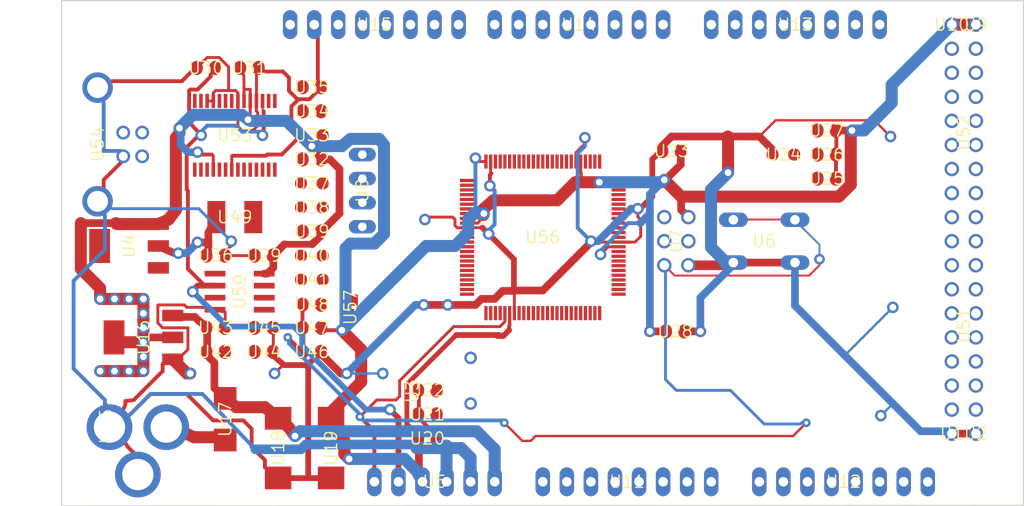
<source format=kicad_pcb>
(kicad_pcb (version 20221018) (generator pcbnew)
  (layers (0 "F.Cu" signal "Top") (31 "B.Cu" signal "Bottom") (34 "B.Paste" user) (35 "F.Paste" user) (36 "B.SilkS" user "B.Silkscreen") (37 "F.SilkS" user "F.Silkscreen") (38 "B.Mask" user) (39 "F.Mask" user) (44 "Edge.Cuts" user))
  (net 0 "")
  (net 1 "+5V")
  (net 2 "GND")
  (net 3 "N$6")
  (net 4 "N$7")
  (net 5 "AREF")
  (net 6 "RESET")
  (net 7 "VIN")
  (net 8 "N$3")
  (net 9 "PWRIN")
  (net 10 "M8RXD")
  (net 11 "M8TXD")
  (net 12 "ADC0")
  (net 13 "ADC2")
  (net 14 "ADC1")
  (net 15 "ADC3")
  (net 16 "ADC4")
  (net 17 "ADC5")
  (net 18 "ADC6")
  (net 19 "ADC7")
  (net 20 "+3V3")
  (net 21 "SDA")
  (net 22 "SCL")
  (net 23 "ADC9")
  (net 24 "ADC8")
  (net 25 "ADC10")
  (net 26 "ADC11")
  (net 27 "ADC12")
  (net 28 "ADC13")
  (net 29 "ADC14")
  (net 30 "ADC15")
  (net 31 "PB3")
  (net 32 "PB2")
  (net 33 "PB1")
  (net 34 "PB5")
  (net 35 "PB4")
  (net 36 "PE5")
  (net 37 "PE4")
  (net 38 "PE3")
  (net 39 "PE1")
  (net 40 "PE0")
  (net 41 "N$15")
  (net 42 "N$53")
  (net 43 "N$54")
  (net 44 "N$55")
  (net 45 "D-")
  (net 46 "D+")
  (net 47 "N$60")
  (net 48 "DTR")
  (net 49 "USBVCC")
  (net 50 "N$2")
  (net 51 "N$4")
  (net 52 "GATE_CMD")
  (net 53 "CMP")
  (net 54 "PB6")
  (net 55 "PH3")
  (net 56 "PH4")
  (net 57 "PH5")
  (net 58 "PH6")
  (net 59 "PG5")
  (net 60 "RXD1")
  (net 61 "TXD1")
  (net 62 "RXD2")
  (net 63 "RXD3")
  (net 64 "TXD2")
  (net 65 "TXD3")
  (net 66 "PC0")
  (net 67 "PC1")
  (net 68 "PC2")
  (net 69 "PC3")
  (net 70 "PC4")
  (net 71 "PC5")
  (net 72 "PC6")
  (net 73 "PC7")
  (net 74 "PB0")
  (net 75 "PG0")
  (net 76 "PG1")
  (net 77 "PG2")
  (net 78 "PD7")
  (net 79 "PA0")
  (net 80 "PA1")
  (net 81 "PA2")
  (net 82 "PA3")
  (net 83 "PA4")
  (net 84 "PA5")
  (net 85 "PA6")
  (net 86 "PA7")
  (net 87 "PL0")
  (net 88 "PL1")
  (net 89 "PL2")
  (net 90 "PL3")
  (net 91 "PL4")
  (net 92 "PL5")
  (net 93 "PL6")
  (net 94 "PL7")
  (net 95 "PB7")
  (net 96 "CTS")
  (net 97 "DSR")
  (net 98 "DCD")
  (net 99 "RI")
  (footprint "Arduino_MEGA_Reference_Design:2X03" (layer "F.Cu") (at 162.5981 103.7336 -90)
    (fp_text reference "U7")
    (fp_text value "")
  )
  (footprint "Arduino_MEGA_Reference_Design:1X08" (layer "F.Cu") (at 152.3111 80.8736 180)
    (fp_text reference "U14")
    (fp_text value "")
  )
  (footprint "Arduino_MEGA_Reference_Design:1X08" (layer "F.Cu") (at 130.7211 80.8736 180)
    (fp_text reference "U15")
    (fp_text value "")
  )
  (footprint "Arduino_MEGA_Reference_Design:SMC_D" (layer "F.Cu") (at 120.5611 125.5776 -90)
    (fp_text reference "U18")
    (fp_text value "")
  )
  (footprint "Arduino_MEGA_Reference_Design:SMC_D" (layer "F.Cu") (at 126.1491 125.5776 -90)
    (fp_text reference "U19")
    (fp_text value "")
  )
  (footprint "Arduino_MEGA_Reference_Design:B3F-10XX" (layer "F.Cu") (at 171.8691 103.7336 180)
    (fp_text reference "U6")
    (fp_text value "")
  )
  (footprint "Arduino_MEGA_Reference_Design:0805RND" (layer "F.Cu") (at 173.9011 94.5896 180)
    (fp_text reference "U24")
    (fp_text value "")
  )
  (footprint "Arduino_MEGA_Reference_Design:SMB" (layer "F.Cu") (at 114.9731 122.5296 -90)
    (fp_text reference "U17")
    (fp_text value "")
  )
  (footprint "Arduino_MEGA_Reference_Design:DC-21MM" (layer "F.Cu") (at 103.0351 123.2916 90)
    (fp_text reference "U55")
    (fp_text value "")
  )
  (footprint "Arduino_MEGA_Reference_Design:HC49_S" (layer "F.Cu") (at 140.8811 118.4656 90)
    (fp_text reference "U3")
    (fp_text value "")
  )
  (footprint "Arduino_MEGA_Reference_Design:SOT223" (layer "F.Cu") (at 106.3371 113.8936 90)
    (fp_text reference "U16")
    (fp_text value "")
  )
  (footprint "Arduino_MEGA_Reference_Design:1X06" (layer "F.Cu") (at 137.0711 129.1336)
    (fp_text reference "U5")
    (fp_text value "")
  )
  (footprint "Arduino_MEGA_Reference_Design:C0805RND" (layer "F.Cu") (at 124.1171 87.4776)
    (fp_text reference "U35")
    (fp_text value "")
  )
  (footprint "Arduino_MEGA_Reference_Design:C0805RND" (layer "F.Cu") (at 162.4711 113.2586)
    (fp_text reference "U28")
    (fp_text value "")
  )
  (footprint "Arduino_MEGA_Reference_Design:C0805RND" (layer "F.Cu") (at 136.3091 122.0216)
    (fp_text reference "U21")
    (fp_text value "")
  )
  (footprint "Arduino_MEGA_Reference_Design:C0805RND" (layer "F.Cu") (at 136.3091 119.4816)
    (fp_text reference "U22")
    (fp_text value "")
  )
  (footprint "Arduino_MEGA_Reference_Design:C0805RND" (layer "F.Cu") (at 113.9571 112.8776)
    (fp_text reference "U43")
    (fp_text value "")
  )
  (footprint "Arduino_MEGA_Reference_Design:RCL_0805RND" (layer "F.Cu") (at 124.1171 105.2576)
    (fp_text reference "U40")
    (fp_text value "")
  )
  (footprint "Arduino_MEGA_Reference_Design:RCL_0805RND" (layer "F.Cu") (at 124.1171 107.7976)
    (fp_text reference "U41")
    (fp_text value "")
  )
  (footprint "Arduino_MEGA_Reference_Design:1X08" (layer "F.Cu") (at 157.3911 129.1336)
    (fp_text reference "U11")
    (fp_text value "")
  )
  (footprint "Arduino_MEGA_Reference_Design:1X08" (layer "F.Cu") (at 175.1711 80.8736 180)
    (fp_text reference "U13")
    (fp_text value "")
  )
  (footprint "Arduino_MEGA_Reference_Design:R0805RND" (layer "F.Cu") (at 178.4731 94.5896 180)
    (fp_text reference "U26")
    (fp_text value "")
  )
  (footprint "Arduino_MEGA_Reference_Design:R0805RND" (layer "F.Cu") (at 178.4731 92.0496 180)
    (fp_text reference "U27")
    (fp_text value "")
  )
  (footprint "Arduino_MEGA_Reference_Design:TQFP100" (layer "F.Cu") (at 148.5011 103.3272)
    (fp_text reference "U56")
    (fp_text value "")
  )
  (footprint "Arduino_MEGA_Reference_Design:C0805RND" (layer "F.Cu") (at 162.0901 94.2086 180)
    (fp_text reference "U23")
    (fp_text value "")
  )
  (footprint "Arduino_MEGA_Reference_Design:C0805RND" (layer "F.Cu") (at 136.3091 124.5616)
    (fp_text reference "U20")
    (fp_text value "")
  )
  (footprint "Arduino_MEGA_Reference_Design:1X08" (layer "F.Cu") (at 180.2511 129.1336)
    (fp_text reference "U12")
    (fp_text value "")
  )
  (footprint "Arduino_MEGA_Reference_Design:R0805RND" (layer "F.Cu") (at 124.1171 112.8776)
    (fp_text reference "U47")
    (fp_text value "")
  )
  (footprint "Arduino_MEGA_Reference_Design:C0805RND" (layer "F.Cu") (at 124.1171 115.4176)
    (fp_text reference "U46")
    (fp_text value "")
  )
  (footprint "Arduino_MEGA_Reference_Design:C0805RND" (layer "F.Cu") (at 113.9571 105.2576)
    (fp_text reference "U36")
    (fp_text value "")
  )
  (footprint "Arduino_MEGA_Reference_Design:C0805RND" (layer "F.Cu") (at 112.9411 85.4456)
    (fp_text reference "U30")
    (fp_text value "")
  )
  (footprint "Arduino_MEGA_Reference_Design:0805RND" (layer "F.Cu") (at 124.1171 100.1776 180)
    (fp_text reference "U38")
    (fp_text value "")
  )
  (footprint "Arduino_MEGA_Reference_Design:0805RND" (layer "F.Cu") (at 124.1171 97.6376 180)
    (fp_text reference "U37")
    (fp_text value "")
  )
  (footprint "Arduino_MEGA_Reference_Design:R0805RND" (layer "F.Cu") (at 124.1171 95.0976)
    (fp_text reference "U32")
    (fp_text value "")
  )
  (footprint "Arduino_MEGA_Reference_Design:R0805RND" (layer "F.Cu") (at 124.1171 102.7176)
    (fp_text reference "U39")
    (fp_text value "")
  )
  (footprint "Arduino_MEGA_Reference_Design:SSOP28" (layer "F.Cu") (at 115.9891 92.5576)
    (fp_text reference "U53")
    (fp_text value "")
  )
  (footprint "Arduino_MEGA_Reference_Design:PN61729" (layer "F.Cu") (at 98.9584 93.5228 -90)
    (fp_text reference "U54")
    (fp_text value "")
  )
  (footprint "Arduino_MEGA_Reference_Design:L1812" (layer "F.Cu") (at 115.9891 101.1936)
    (fp_text reference "U49")
    (fp_text value "")
  )
  (footprint "Arduino_MEGA_Reference_Design:C0805RND" (layer "F.Cu") (at 117.5131 85.4456)
    (fp_text reference "U31")
    (fp_text value "")
  )
  (footprint "Arduino_MEGA_Reference_Design:0805RND" (layer "F.Cu") (at 124.1171 92.5576 180)
    (fp_text reference "U33")
    (fp_text value "")
  )
  (footprint "Arduino_MEGA_Reference_Design:R0805RND" (layer "F.Cu") (at 124.1171 90.0176 180)
    (fp_text reference "U34")
    (fp_text value "")
  )
  (footprint "Arduino_MEGA_Reference_Design:C0805RND" (layer "F.Cu") (at 124.1171 110.4392 180)
    (fp_text reference "U48")
    (fp_text value "")
  )
  (footprint "Arduino_MEGA_Reference_Design:SOT223" (layer "F.Cu") (at 104.8131 104.2416 90)
    (fp_text reference "U4")
    (fp_text value "")
  )
  (footprint "Arduino_MEGA_Reference_Design:SO08" (layer "F.Cu") (at 116.4971 109.0676 -90)
    (fp_text reference "U50")
    (fp_text value "")
  )
  (footprint "Arduino_MEGA_Reference_Design:R0805RND" (layer "F.Cu") (at 113.9571 115.4176 180)
    (fp_text reference "U42")
    (fp_text value "")
  )
  (footprint "Arduino_MEGA_Reference_Design:R0805RND" (layer "F.Cu") (at 119.0371 112.8776 180)
    (fp_text reference "U45")
    (fp_text value "")
  )
  (footprint "Arduino_MEGA_Reference_Design:C0805RND" (layer "F.Cu") (at 119.0371 115.4176 180)
    (fp_text reference "U44")
    (fp_text value "")
  )
  (footprint "Arduino_MEGA_Reference_Design:C0805RND" (layer "F.Cu") (at 119.0371 105.2576)
    (fp_text reference "U29")
    (fp_text value "")
  )
  (footprint "Arduino_MEGA_Reference_Design:2X08" (layer "F.Cu") (at 192.9511 92.3036 90)
    (fp_text reference "U52")
    (fp_text value "")
  )
  (footprint "Arduino_MEGA_Reference_Design:2X08" (layer "F.Cu") (at 192.9511 112.6236 90)
    (fp_text reference "U51")
    (fp_text value "")
  )
  (footprint "Arduino_MEGA_Reference_Design:R0805RND" (layer "F.Cu") (at 178.4731 97.1296 180)
    (fp_text reference "U25")
    (fp_text value "")
  )
  (footprint "Arduino_MEGA_Reference_Design:1X01" (layer "F.Cu") (at 191.6811 80.8736)
    (fp_text reference "U10")
    (fp_text value "")
  )
  (footprint "Arduino_MEGA_Reference_Design:1X01" (layer "F.Cu") (at 194.2211 80.8736)
    (fp_text reference "U9")
    (fp_text value "")
  )
  (footprint "Arduino_MEGA_Reference_Design:1X01" (layer "F.Cu") (at 191.6811 124.0536)
    (fp_text reference "U1")
    (fp_text value "")
  )
  (footprint "Arduino_MEGA_Reference_Design:1X01" (layer "F.Cu") (at 194.2211 124.0536)
    (fp_text reference "U2")
    (fp_text value "")
  )
  (footprint "Arduino_MEGA_Reference_Design:SJ" (layer "F.Cu") (at 128.1811 110.7186 -90)
    (fp_text reference "U57")
    (fp_text value "")
  )
  (footprint "Arduino_MEGA_Reference_Design:JP4" (layer "F.Cu") (at 129.4511 98.3996 -90)
    (fp_text reference "U8")
    (fp_text value "")
  )
  (gr_line (start 199.25 131.62) (end 97.7011 131.6736) (layer "Edge.Cuts") (width 0.12))
  (gr_line (start 97.7011 131.6736) (end 97.7011 78.3336) (layer "Edge.Cuts") (width 0.12))
  (gr_line (start 199.25 78.36) (end 199.25 131.62) (layer "Edge.Cuts") (width 0.12))
  (gr_line (start 97.7011 78.3336) (end 199.25 78.36) (layer "Edge.Cuts") (width 0.12))
  (segment (start 144.9451 112.7506) (end 145.0011 112.5676) (width 0.4064) (layer "F.Cu") (net 1))
  (segment (start 106.3371 112.8776) (end 106.3371 111.3536) (width 1.27) (layer "F.Cu") (net 1))
  (segment (start 101.2571 108.1786) (end 101.2571 108.3056) (width 0.508) (layer "F.Cu") (net 1))
  (segment (start 152.4889 95.4024) (end 152.5133 95.378) (width 0.254) (layer "F.Cu") (net 1))
  (segment (start 179.4501 92.0496) (end 179.3621 92.0496) (width 0.4064) (layer "F.Cu") (net 1))
  (segment (start 135.3321 124.5616) (end 135.0391 123.9266) (width 0.508) (layer "F.Cu") (net 1))
  (segment (start 134.1501 118.8466) (end 139.3571 113.6396) (width 0.508) (layer "F.Cu") (net 1))
  (segment (start 126.1491 122.4276) (end 127.5461 124.8156) (width 1.27) (layer "F.Cu") (net 1))
  (segment (start 127.2921 113.1316) (end 129.3241 115.1636) (width 1.27) (layer "F.Cu") (net 1))
  (segment (start 103.7461 114.4016) (end 103.2381 113.8936) (width 1.27) (layer "F.Cu") (net 1))
  (segment (start 116.9543 86.36) (end 116.8781 86.0806) (width 0.3048) (layer "F.Cu") (net 1))
  (segment (start 161.3281 97.2566) (end 163.1061 99.0346) (width 1.27) (layer "F.Cu") (net 1))
  (segment (start 101.7651 109.8296) (end 103.2891 109.8296) (width 1.27) (layer "F.Cu") (net 1))
  (segment (start 141.3891 94.9706) (end 141.8727 95.3272) (width 0.3048) (layer "F.Cu") (net 1))
  (segment (start 155.3591 104.3686) (end 155.4005 104.3272) (width 0.254) (layer "F.Cu") (net 1))
  (segment (start 159.8041 113.2586) (end 161.4941 113.2586) (width 0.8128) (layer "F.Cu") (net 1))
  (segment (start 105.3211 101.9302) (end 107.9119 101.9302) (width 1.27) (layer "F.Cu") (net 1))
  (segment (start 139.3571 113.6396) (end 143.9291 113.6396) (width 0.6096) (layer "F.Cu") (net 1))
  (segment (start 152.5143 96.52) (end 152.5143 96.266) (width 0.3048) (layer "F.Cu") (net 1))
  (segment (start 112.0521 94.3356) (end 112.3061 94.5896) (width 0.4064) (layer "F.Cu") (net 1))
  (segment (start 99.7331 101.8286) (end 103.4161 101.8286) (width 0.8128) (layer "F.Cu") (net 1))
  (segment (start 124.1425 104.0638) (end 121.2215 104.0638) (width 0.7112) (layer "F.Cu") (net 1))
  (segment (start 125.0061 103.2256) (end 124.1425 104.0638) (width 0.8128) (layer "F.Cu") (net 1))
  (segment (start 151.9301 97.5106) (end 154.4701 97.5106) (width 1.27) (layer "F.Cu") (net 1))
  (segment (start 120.0531 105.2576) (end 120.0141 105.2576) (width 0.8128) (layer "F.Cu") (net 1))
  (segment (start 152.5133 95.378) (end 152.5011 95.3272) (width 0.254) (layer "F.Cu") (net 1))
  (segment (start 124.1171 93.7006) (end 124.7521 94.4626) (width 0.8128) (layer "F.Cu") (net 1))
  (segment (start 117.6141 88.9326) (end 117.6147 87.7062) (width 0.3048) (layer "F.Cu") (net 1))
  (segment (start 103.2891 109.8296) (end 104.8131 109.8296) (width 1.27) (layer "F.Cu") (net 1))
  (segment (start 126.1491 121.7676) (end 126.1491 122.4276) (width 1.27) (layer "F.Cu") (net 1))
  (segment (start 127.5461 126.2126) (end 128.0541 126.7206) (width 1.27) (layer "F.Cu") (net 1))
  (segment (start 127.0381 96.1136) (end 127.0381 100.8126) (width 0.8128) (layer "F.Cu") (net 1))
  (segment (start 163.1061 100.4316) (end 163.8681 101.1936) (width 0.8128) (layer "F.Cu") (net 1))
  (segment (start 113.5761 94.5896) (end 113.7141 94.7276) (width 0.3048) (layer "F.Cu") (net 1))
  (segment (start 106.3371 109.8296) (end 104.8131 109.8296) (width 1.27) (layer "F.Cu") (net 1))
  (segment (start 143.2941 99.4156) (end 150.0251 99.4156) (width 1.27) (layer "F.Cu") (net 1))
  (segment (start 121.2215 104.0638) (end 120.0531 105.2576) (width 0.8128) (layer "F.Cu") (net 1))
  (segment (start 142.1511 101.1936) (end 141.6445 101.8272) (width 0.3048) (layer "F.Cu") (net 1))
  (segment (start 99.7331 106.6546) (end 99.7331 101.8286) (width 1.27) (layer "F.Cu") (net 1))
  (segment (start 109.7661 92.8116) (end 110.1471 92.3036) (width 1.27) (layer "F.Cu") (net 1))
  (segment (start 101.7651 108.6866) (end 101.7651 109.8296) (width 1.27) (layer "F.Cu") (net 1))
  (segment (start 127.2921 113.1316) (end 125.3871 113.1316) (width 0.4064) (layer "F.Cu") (net 1))
  (segment (start 120.0531 105.2576) (end 120.0531 106.5276) (width 0.8128) (layer "F.Cu") (net 1))
  (segment (start 142.2471 100.9706) (end 142.2471 100.3356) (width 1.27) (layer "F.Cu") (net 1))
  (segment (start 179.3621 94.5896) (end 179.4501 94.5896) (width 0.4064) (layer "F.Cu") (net 1))
  (segment (start 120.0531 106.5276) (end 119.4181 107.1626) (width 0.8128) (layer "F.Cu") (net 1))
  (segment (start 125.0941 102.6786) (end 125.0061 102.5906) (width 0.8128) (layer "F.Cu") (net 1))
  (segment (start 179.4891 94.4626) (end 179.3621 94.5896) (width 0.4064) (layer "F.Cu") (net 1))
  (segment (start 103.4161 101.8286) (end 103.5177 101.9302) (width 1.27) (layer "F.Cu") (net 1))
  (segment (start 163.0671 95.6446) (end 163.0671 94.2086) (width 0.8128) (layer "F.Cu") (net 1))
  (segment (start 142.2781 100.8126) (end 142.1511 101.1936) (width 0.4064) (layer "F.Cu") (net 1))
  (segment (start 163.1061 99.0346) (end 163.1061 100.4316) (width 0.8128) (layer "F.Cu") (net 1))
  (segment (start 141.8727 95.3272) (end 142.5011 95.3272) (width 0.3048) (layer "F.Cu") (net 1))
  (segment (start 113.7141 94.7276) (end 113.7141 96.1826) (width 0.3048) (layer "F.Cu") (net 1))
  (segment (start 129.3241 115.1636) (end 129.3241 118.5926) (width 1.27) (layer "F.Cu") (net 1))
  (segment (start 106.3371 115.9256) (end 106.3371 114.4016) (width 1.27) (layer "F.Cu") (net 1))
  (segment (start 143.7005 113.7412) (end 144.3355 113.7412) (width 0.6096) (layer "F.Cu") (net 1))
  (segment (start 179.4501 94.5896) (end 179.4891 94.5896) (width 0.4064) (layer "F.Cu") (net 1))
  (segment (start 127.0381 100.8126) (end 125.1331 102.7176) (width 0.8128) (layer "F.Cu") (net 1))
  (segment (start 106.9721 113.8936) (end 109.4359 113.8936) (width 0.8128) (layer "F.Cu") (net 1))
  (segment (start 135.8011 129.1336) (end 135.4201 127.7366) (width 0.8128) (layer "F.Cu") (net 1))
  (segment (start 125.1331 102.7176) (end 125.0941 102.6786) (width 0.8128) (layer "F.Cu") (net 1))
  (segment (start 181.0131 96.3676) (end 181.0131 96.4946) (width 0.8128) (layer "F.Cu") (net 1))
  (segment (start 144.9451 113.1316) (end 144.9451 112.7506) (width 0.4064) (layer "F.Cu") (net 1))
  (segment (start 125.1331 102.7176) (end 125.0941 102.7176) (width 0.8128) (layer "F.Cu") (net 1))
  (segment (start 124.7521 94.4626) (end 125.0941 95.0976) (width 0.8128) (layer "F.Cu") (net 1))
  (segment (start 125.0061 102.5906) (end 125.0061 103.2256) (width 0.8128) (layer "F.Cu") (net 1))
  (segment (start 135.0391 123.9266) (end 134.1501 123.0376) (width 0.508) (layer "F.Cu") (net 1))
  (segment (start 181.0131 97.7646) (end 181.0131 96.3676) (width 1.27) (layer "F.Cu") (net 1))
  (segment (start 109.7661 100.4316) (end 109.7661 92.8116) (width 1.27) (layer "F.Cu") (net 1))
  (segment (start 155.4005 104.3272) (end 156.5011 104.3272) (width 0.3048) (layer "F.Cu") (net 1))
  (segment (start 126.0221 95.0976) (end 127.0381 96.1136) (width 0.8128) (layer "F.Cu") (net 1))
  (segment (start 106.3371 117.4496) (end 104.8131 117.4496) (width 1.27) (layer "F.Cu") (net 1))
  (segment (start 152.5143 96.266) (end 152.5143 95.4278) (width 0.254) (layer "F.Cu") (net 1))
  (segment (start 127.5461 124.8156) (end 127.5461 126.2126) (width 1.27) (layer "F.Cu") (net 1))
  (segment (start 119.4181 107.1626) (end 119.0971 107.1626) (width 0.8128) (layer "F.Cu") (net 1))
  (segment (start 125.1331 112.8776) (end 125.0941 112.8776) (width 0.4064) (layer "F.Cu") (net 1))
  (segment (start 143.9291 113.6396) (end 143.8529 113.7158) (width 0.2032) (layer "F.Cu") (net 1))
  (segment (start 117.6147 87.7062) (end 116.9543 87.7062) (width 0.3048) (layer "F.Cu") (net 1))
  (segment (start 107.9119 101.9302) (end 109.0041 101.4476) (width 1.27) (layer "F.Cu") (net 1))
  (segment (start 135.4201 127.7366) (end 135.4201 125.1966) (width 0.8128) (layer "F.Cu") (net 1))
  (segment (start 179.4501 94.6286) (end 179.4501 97.1296) (width 0.4064) (layer "F.Cu") (net 1))
  (segment (start 150.0251 99.4156) (end 151.9301 97.5106) (width 1.27) (layer "F.Cu") (net 1))
  (segment (start 179.4891 94.5896) (end 179.4501 94.6286) (width 0.4064) (layer "F.Cu") (net 1))
  (segment (start 125.3871 113.1316) (end 125.1331 112.8776) (width 0.4064) (layer "F.Cu") (net 1))
  (segment (start 143.8529 113.7158) (end 143.7005 113.7412) (width 0.2032) (layer "F.Cu") (net 1))
  (segment (start 106.3371 112.8776) (end 106.3371 114.4016) (width 1.27) (layer "F.Cu") (net 1))
  (segment (start 117.6147 89.7636) (end 117.6141 88.9326) (width 0.3048) (layer "F.Cu") (net 1))
  (segment (start 117.3861 90.9066) (end 117.6147 90.3986) (width 0.3048) (layer "F.Cu") (net 1))
  (segment (start 144.3355 113.7412) (end 144.9451 113.1316) (width 0.6096) (layer "F.Cu") (net 1))
  (segment (start 152.5651 96.5708) (end 152.5143 96.52) (width 0.3048) (layer "F.Cu") (net 1))
  (segment (start 106.3371 114.4016) (end 103.7461 114.4016) (width 1.27) (layer "F.Cu") (net 1))
  (segment (start 106.3371 109.8296) (end 106.3371 111.3536) (width 1.27) (layer "F.Cu") (net 1))
  (segment (start 181.1401 92.0496) (end 179.4501 92.0496) (width 0.8128) (layer "F.Cu") (net 1))
  (segment (start 109.0041 101.4476) (end 109.7661 100.4316) (width 1.27) (layer "F.Cu") (net 1))
  (segment (start 99.7331 106.6546) (end 101.2571 108.1786) (width 1.27) (layer "F.Cu") (net 1))
  (segment (start 110.1471 92.3036) (end 110.1471 91.7956) (width 1.27) (layer "F.Cu") (net 1))
  (segment (start 163.1061 99.0346) (end 179.7431 99.0346) (width 1.27) (layer "F.Cu") (net 1))
  (segment (start 116.9543 87.6554) (end 116.9543 86.36) (width 0.3048) (layer "F.Cu") (net 1))
  (segment (start 101.2571 108.1786) (end 101.7651 108.6866) (width 1.27) (layer "F.Cu") (net 1))
  (segment (start 129.3241 118.5926) (end 126.1491 121.7676) (width 1.27) (layer "F.Cu") (net 1))
  (segment (start 145.0011 112.5676) (end 145.0011 111.3272) (width 0.3556) (layer "F.Cu") (net 1))
  (segment (start 106.3371 115.9256) (end 106.3371 117.4496) (width 1.27) (layer "F.Cu") (net 1))
  (segment (start 179.4891 92.1766) (end 179.4891 94.4626) (width 0.4064) (layer "F.Cu") (net 1))
  (segment (start 191.6811 80.8736) (end 194.2211 80.8736) (width 1.27) (layer "F.Cu") (net 1))
  (segment (start 181.0131 96.3676) (end 181.0131 92.1766) (width 1.27) (layer "F.Cu") (net 1))
  (segment (start 153.0731 97.5106) (end 152.5651 97.0026) (width 0.4064) (layer "F.Cu") (net 1))
  (segment (start 116.8781 86.0806) (end 116.5361 85.4456) (width 0.3048) (layer "F.Cu") (net 1))
  (segment (start 101.7651 117.4496) (end 103.2891 117.4496) (width 1.27) (layer "F.Cu") (net 1))
  (segment (start 161.4551 97.2566) (end 163.0671 95.6446) (width 0.8128) (layer "F.Cu") (net 1))
  (segment (start 134.1501 123.0376) (end 134.1501 118.8466) (width 0.508) (layer "F.Cu") (net 1))
  (segment (start 104.8131 117.4496) (end 103.2891 117.4496) (width 1.27) (layer "F.Cu") (net 1))
  (segment (start 152.5143 95.4278) (end 152.4889 95.4024) (width 0.254) (layer "F.Cu") (net 1))
  (segment (start 154.4701 97.5106) (end 153.0731 97.5106) (width 0.4064) (layer "F.Cu") (net 1))
  (segment (start 154.5971 105.1306) (end 155.3591 104.3686) (width 0.3048) (layer "F.Cu") (net 1))
  (segment (start 112.3061 94.5896) (end 113.5761 94.5896) (width 0.4064) (layer "F.Cu") (net 1))
  (segment (start 152.5651 97.0026) (end 152.5651 96.5708) (width 0.3048) (layer "F.Cu") (net 1))
  (segment (start 142.1511 101.1936) (end 142.2471 100.9706) (width 0.4064) (layer "F.Cu") (net 1))
  (segment (start 142.2471 100.3356) (end 143.2941 99.4156) (width 1.27) (layer "F.Cu") (net 1))
  (segment (start 141.6445 101.8272) (end 140.5011 101.8272) (width 0.3048) (layer "F.Cu") (net 1))
  (segment (start 125.0941 95.0976) (end 126.0221 95.0976) (width 0.8128) (layer "F.Cu") (net 1))
  (segment (start 161.3281 97.2566) (end 161.4551 97.2566) (width 0.8128) (layer "F.Cu") (net 1))
  (segment (start 179.3621 92.0496) (end 179.4891 92.1766) (width 0.4064) (layer "F.Cu") (net 1))
  (segment (start 181.0131 92.1766) (end 181.1401 92.0496) (width 0.8128) (layer "F.Cu") (net 1))
  (segment (start 125.0941 102.6786) (end 125.0941 102.7176) (width 0.8128) (layer "F.Cu") (net 1))
  (segment (start 116.9641 88.9326) (end 116.9543 87.6554) (width 0.3048) (layer "F.Cu") (net 1))
  (segment (start 135.4201 125.1966) (end 135.3321 124.5616) (width 0.8128) (layer "F.Cu") (net 1))
  (segment (start 179.7431 99.0346) (end 181.0131 97.7646) (width 1.27) (layer "F.Cu") (net 1))
  (segment (start 116.9543 87.7062) (end 116.9641 88.9326) (width 0.3048) (layer "F.Cu") (net 1))
  (segment (start 103.5177 101.9302) (end 105.3211 101.9302) (width 1.27) (layer "F.Cu") (net 1))
  (segment (start 117.6147 90.3986) (end 117.6147 89.7636) (width 0.3048) (layer "F.Cu") (net 1))
  (segment (start 127.2921 113.1316) (end 136.1821 104.2416) (width 1.27) (layer "B.Cu") (net 1))
  (segment (start 131.7371 93.5736) (end 131.7371 102.9716) (width 1.27) (layer "B.Cu") (net 1))
  (segment (start 161.3281 97.2566) (end 159.8041 98.7806) (width 0.8128) (layer "B.Cu") (net 1))
  (segment (start 159.8041 100.5586) (end 159.8041 100.8126) (width 0.8128) (layer "B.Cu") (net 1))
  (segment (start 154.7241 104.6226) (end 154.7241 105.0036) (width 0.4064) (layer "B.Cu") (net 1))
  (segment (start 159.8041 100.5586) (end 159.8041 113.2586) (width 0.8128) (layer "B.Cu") (net 1))
  (segment (start 158.7881 101.8286) (end 157.5181 101.8286) (width 0.4064) (layer "B.Cu") (net 1))
  (segment (start 110.4011 91.6686) (end 110.2741 91.7956) (width 0.8128) (layer "B.Cu") (net 1))
  (segment (start 159.8041 98.7806) (end 159.8041 100.5586) (width 0.8128) (layer "B.Cu") (net 1))
  (segment (start 128.0541 126.7206) (end 133.8961 126.7206) (width 1.27) (layer "B.Cu") (net 1))
  (segment (start 161.0741 97.5106) (end 161.3281 97.2566) (width 0.6096) (layer "B.Cu") (net 1))
  (segment (start 154.4701 97.5106) (end 161.0741 97.5106) (width 1.27) (layer "B.Cu") (net 1))
  (segment (start 117.6401 91.0336) (end 121.4501 91.0336) (width 1.27) (layer "B.Cu") (net 1))
  (segment (start 139.2301 104.2416) (end 140.6271 102.8446) (width 1.27) (layer "B.Cu") (net 1))
  (segment (start 142.2781 100.9396) (end 141.3891 100.0506) (width 0.4064) (layer "B.Cu") (net 1))
  (segment (start 127.6731 104.4956) (end 127.6731 112.6236) (width 1.27) (layer "B.Cu") (net 1))
  (segment (start 154.7241 105.0036) (end 154.5971 105.1306) (width 0.4064) (layer "B.Cu") (net 1))
  (segment (start 111.5441 90.3986) (end 116.7511 90.3986) (width 1.27) (layer "B.Cu") (net 1))
  (segment (start 135.1661 127.9906) (end 135.8011 129.1336) (width 1.27) (layer "B.Cu") (net 1))
  (segment (start 128.1811 92.9386) (end 131.2291 92.9386) (width 1.27) (layer "B.Cu") (net 1))
  (segment (start 131.2291 92.9386) (end 131.7371 93.5736) (width 1.27) (layer "B.Cu") (net 1))
  (segment (start 110.2741 93.5736) (end 111.0361 94.3356) (width 0.8128) (layer "B.Cu") (net 1))
  (segment (start 159.8041 100.8126) (end 158.7881 101.8286) (width 0.8128) (layer "B.Cu") (net 1))
  (segment (start 127.6731 112.6236) (end 127.2921 113.0046) (width 0.8128) (layer "B.Cu") (net 1))
  (segment (start 130.7211 103.9876) (end 128.1811 103.9876) (width 1.27) (layer "B.Cu") (net 1))
  (segment (start 185.3311 87.2236) (end 191.6811 80.8736) (width 1.27) (layer "B.Cu") (net 1))
  (segment (start 131.7371 102.9716) (end 130.7211 103.9876) (width 1.27) (layer "B.Cu") (net 1))
  (segment (start 140.6271 101.4476) (end 141.2621 100.8126) (width 1.27) (layer "B.Cu") (net 1))
  (segment (start 157.5181 101.8286) (end 154.7241 104.6226) (width 0.4064) (layer "B.Cu") (net 1))
  (segment (start 116.7511 90.3986) (end 117.3861 90.9066) (width 1.27) (layer "B.Cu") (net 1))
  (segment (start 142.2781 100.8126) (end 142.2781 100.9396) (width 0.4064) (layer "B.Cu") (net 1))
  (segment (start 181.1401 92.0496) (end 182.4101 92.0496) (width 1.27) (layer "B.Cu") (net 1))
  (segment (start 111.0361 94.3356) (end 112.0521 94.3356) (width 0.8128) (layer "B.Cu") (net 1))
  (segment (start 127.2921 93.7006) (end 128.1811 92.9386) (width 1.27) (layer "B.Cu") (net 1))
  (segment (start 141.3891 100.0506) (end 141.3891 94.9706) (width 0.4064) (layer "B.Cu") (net 1))
  (segment (start 110.2741 91.7956) (end 110.2741 93.5736) (width 0.8128) (layer "B.Cu") (net 1))
  (segment (start 128.1811 103.9876) (end 127.6731 104.4956) (width 1.27) (layer "B.Cu") (net 1))
  (segment (start 182.4101 92.0496) (end 185.3311 89.1286) (width 1.27) (layer "B.Cu") (net 1))
  (segment (start 117.3861 90.9066) (end 117.6401 91.0336) (width 1.27) (layer "B.Cu") (net 1))
  (segment (start 110.1471 91.7956) (end 111.5441 90.3986) (width 1.27) (layer "B.Cu") (net 1))
  (segment (start 141.2621 100.8126) (end 142.2781 100.8126) (width 1.27) (layer "B.Cu") (net 1))
  (segment (start 110.1471 91.7956) (end 110.4011 91.6686) (width 0.8128) (layer "B.Cu") (net 1))
  (segment (start 185.3311 89.1286) (end 185.3311 87.2236) (width 1.27) (layer "B.Cu") (net 1))
  (segment (start 140.6271 102.8446) (end 140.6271 101.4476) (width 1.27) (layer "B.Cu") (net 1))
  (segment (start 124.1171 93.7006) (end 127.2921 93.7006) (width 1.27) (layer "B.Cu") (net 1))
  (segment (start 136.1821 104.2416) (end 139.2301 104.2416) (width 1.27) (layer "B.Cu") (net 1))
  (segment (start 121.4501 91.0336) (end 124.1171 93.7006) (width 1.27) (layer "B.Cu") (net 1))
  (segment (start 127.2921 113.0046) (end 127.2921 113.1316) (width 0.8128) (layer "B.Cu") (net 1))
  (segment (start 133.8961 126.7206) (end 135.1661 127.9906) (width 1.27) (layer "B.Cu") (net 1))
  (via (at 106.3371 115.9256) (size 1.2192) (drill 0.7112) (layers "F.Cu" "B.Cu") (net 1))
  (via (at 104.8131 109.8296) (size 1.2192) (drill 0.7112) (layers "F.Cu" "B.Cu") (net 1))
  (via (at 106.3371 109.8296) (size 1.2192) (drill 0.7112) (layers "F.Cu" "B.Cu") (net 1))
  (via (at 159.8041 113.2586) (size 1.2192) (drill 0.7112) (layers "F.Cu" "B.Cu") (net 1))
  (via (at 101.7651 117.4496) (size 1.2192) (drill 0.7112) (layers "F.Cu" "B.Cu") (net 1))
  (via (at 127.2921 113.1316) (size 1.2192) (drill 0.7112) (layers "F.Cu" "B.Cu") (net 1))
  (via (at 142.2781 100.8126) (size 1.2192) (drill 0.7112) (layers "F.Cu" "B.Cu") (net 1))
  (via (at 106.3371 114.4016) (size 1.2192) (drill 0.7112) (layers "F.Cu" "B.Cu") (net 1))
  (via (at 106.3371 111.3536) (size 1.2192) (drill 0.7112) (layers "F.Cu" "B.Cu") (net 1))
  (via (at 103.2891 117.4496) (size 1.2192) (drill 0.7112) (layers "F.Cu" "B.Cu") (net 1))
  (via (at 110.1471 91.7956) (size 1.2192) (drill 0.7112) (layers "F.Cu" "B.Cu") (net 1))
  (via (at 154.4701 97.5106) (size 1.2192) (drill 0.7112) (layers "F.Cu" "B.Cu") (net 1))
  (via (at 181.1401 92.0496) (size 1.2192) (drill 0.7112) (layers "F.Cu" "B.Cu") (net 1))
  (via (at 117.3861 90.9066) (size 1.2192) (drill 0.7112) (layers "F.Cu" "B.Cu") (net 1))
  (via (at 124.1171 93.7006) (size 1.2192) (drill 0.7112) (layers "F.Cu" "B.Cu") (net 1))
  (via (at 104.8131 117.4496) (size 1.2192) (drill 0.7112) (layers "F.Cu" "B.Cu") (net 1))
  (via (at 106.3371 117.4496) (size 1.2192) (drill 0.7112) (layers "F.Cu" "B.Cu") (net 1))
  (via (at 161.3281 97.2566) (size 1.2192) (drill 0.7112) (layers "F.Cu" "B.Cu") (net 1))
  (via (at 141.3891 94.9706) (size 1.2192) (drill 0.7112) (layers "F.Cu" "B.Cu") (net 1))
  (via (at 106.3371 112.8776) (size 1.2192) (drill 0.7112) (layers "F.Cu" "B.Cu") (net 1))
  (via (at 103.2891 109.8296) (size 1.2192) (drill 0.7112) (layers "F.Cu" "B.Cu") (net 1))
  (via (at 128.0541 126.7206) (size 1.2192) (drill 0.7112) (layers "F.Cu" "B.Cu") (net 1))
  (via (at 101.7651 109.8296) (size 1.2192) (drill 0.7112) (layers "F.Cu" "B.Cu") (net 1))
  (via (at 154.5971 105.1306) (size 1.2192) (drill 0.7112) (layers "F.Cu" "B.Cu") (net 1))
  (via (at 112.0521 94.3356) (size 1.2192) (drill 0.7112) (layers "F.Cu" "B.Cu") (net 1))
  (segment (start 137.2861 124.5616) (end 136.9441 123.9266) (width 0.3048) (layer "F.Cu") (net 2))
  (segment (start 103.3907 123.3678) (end 103.4923 123.3678) (width 0.4064) (layer "F.Cu") (net 2))
  (segment (start 135.4201 120.1166) (end 135.3321 119.4816) (width 0.3048) (layer "F.Cu") (net 2))
  (segment (start 113.7141 88.9326) (end 113.0641 88.9326) (width 0.3048) (layer "F.Cu") (net 2))
  (segment (start 122.6566 88.8111) (end 121.7041 87.8586) (width 0.4064) (layer "F.Cu") (net 2))
  (segment (start 137.5791 125.1966) (end 137.2861 124.5616) (width 0.4064) (layer "F.Cu") (net 2))
  (segment (start 112.541482 84.868218) (end 111.9641 85.4456) (width 0.3048) (layer "F.Cu") (net 2))
  (segment (start 145.5011 108.9886) (end 145.5011 111.3272) (width 0.3048) (layer "F.Cu") (net 2))
  (segment (start 168.3131 106.2736) (end 163.8681 106.2736) (width 1.016) (layer "F.Cu") (net 2))
  (segment (start 158.7881 100.3046) (end 160.0581 99.0346) (width 0.6096) (layer "F.Cu") (net 2))
  (segment (start 123.4821 116.8146) (end 121.1961 116.8146) (width 0.6096) (layer "F.Cu") (net 2))
  (segment (start 142.0495 102.3112) (end 142.0241 102.3366) (width 0.3048) (layer "F.Cu") (net 2))
  (segment (start 113.7141 88.0833) (end 113.7141 88.9326) (width 0.3048) (layer "F.Cu") (net 2))
  (segment (start 121.9581 91.4146) (end 121.9581 89.5096) (width 0.4064) (layer "F.Cu") (net 2))
  (segment (start 116.3193 91.6178) (end 116.3193 89.0778) (width 0.3048) (layer "F.Cu") (net 2))
  (segment (start 103.5431 123.4186) (end 107.0991 119.8626) (width 0.4064) (layer "F.Cu") (net 2))
  (segment (start 104.6861 125.4506) (end 103.3907 123.3678) (width 0.4064) (layer "F.Cu") (net 2))
  (segment (start 158.5341 100.3046) (end 158.7881 100.3046) (width 0.6096) (layer "F.Cu") (net 2))
  (segment (start 116.8781 122.6566) (end 117.7671 123.5456) (width 0.4064) (layer "F.Cu") (net 2))
  (segment (start 158.835701 101.468305) (end 158.5341 101.166704) (width 0.3048) (layer "F.Cu") (net 2))
  (segment (start 107.8611 110.4646) (end 110.6551 110.4646) (width 0.3048) (layer "F.Cu") (net 2))
  (segment (start 160.9471 94.2086) (end 161.0741 94.2086) (width 0.6096) (layer "F.Cu") (net 2))
  (segment (start 110.9091 110.7186) (end 112.8141 110.7186) (width 0.3048) (layer "F.Cu") (net 2))
  (segment (start 162.0901 92.6846) (end 168.0154 92.6846) (width 0.8128) (layer "F.Cu") (net 2))
  (segment (start 110.9345 117.7036) (end 109.4359 116.205) (width 1.27) (layer "F.Cu") (net 2))
  (segment (start 111.0361 115.1636) (end 111.0361 112.8776) (width 0.3048) (layer "F.Cu") (net 2))
  (segment (start 168.0154 92.6846) (end 171.3611 92.6846) (width 0.8128) (layer "F.Cu") (net 2))
  (segment (start 115.6081 104.2416) (end 115.2271 104.6226) (width 0.3048) (layer "F.Cu") (net 2))
  (segment (start 123.7361 117.0686) (end 123.4821 116.8146) (width 0.6096) (layer "F.Cu") (net 2))
  (segment (start 152.9461 92.8116) (end 152.9461 93.4466) (width 0.3048) (layer "F.Cu") (net 2))
  (segment (start 110.9091 119.8626) (end 113.7031 122.6566) (width 0.4064) (layer "F.Cu") (net 2))
  (segment (start 145.4531 108.9406) (end 148.5011 108.9406) (width 0.8128) (layer "F.Cu") (net 2))
  (segment (start 115.33089 87.83089) (end 113.96651 87.83089) (width 0.3048) (layer "F.Cu") (net 2))
  (segment (start 114.9731 111.2266) (end 114.9731 112.2426) (width 0.3048) (layer "F.Cu") (net 2))
  (segment (start 106.3879 128.3716) (end 105.3211 126.0856) (width 0.4064) (layer "F.Cu") (net 2))
  (segment (start 112.8141 110.7186) (end 113.8971 110.9726) (width 0.3048) (layer "F.Cu") (net 2))
  (segment (start 120.5611 128.7276) (end 121.9581 128.7526) (width 0.3048) (layer "F.Cu") (net 2))
  (segment (start 153.5811 103.7336) (end 153.7081 103.8606) (width 0.4064) (layer "F.Cu") (net 2))
  (segment (start 120.0141 115.4176) (end 120.0531 114.7826) (width 0.3048) (layer "F.Cu") (net 2))
  (segment (start 171.3611 92.6846) (end 172.7581 94.0816) (width 0.8128) (layer "F.Cu") (net 2))
  (segment (start 143.4211 109.8296) (end 144.2621 108.9886) (width 0.8128) (layer "F.Cu") (net 2))
  (segment (start 121.0691 85.8266) (end 119.0371 85.8266) (width 0.4064) (layer "F.Cu") (net 2))
  (segment (start 119.1641 127.6096) (end 120.5611 128.7276) (width 0.4064) (layer "F.Cu") (net 2))
  (segment (start 120.9421 94.5896) (end 122.9741 92.5576) (width 0.4064) (layer "F.Cu") (net 2))
  (segment (start 163.4481 113.2586) (end 165.1381 113.2586) (width 0.8128) (layer "F.Cu") (net 2))
  (segment (start 156.5195 103.8272) (end 156.5275 103.8352) (width 0.3048) (layer "F.Cu") (net 2))
  (segment (start 160.0581 95.0976) (end 160.9471 94.2086) (width 0.6096) (layer "F.Cu") (net 2))
  (segment (start 125.0941 87.4776) (end 124.7521 86.8426) (width 0.4064) (layer "F.Cu") (net 2))
  (segment (start 135.3321 122.0216) (end 135.4201 121.3866) (width 0.3048) (layer "F.Cu") (net 2))
  (segment (start 116.3193 89.0778) (end 116.3141 89.0726) (width 0.3048) (layer "F.Cu") (net 2))
  (segment (start 124.7521 128.7526) (end 126.1491 128.7276) (width 0.6096) (layer "F.Cu") (net 2))
  (segment (start 116.7511 92.0496) (end 116.3193 91.6178) (width 0.3048) (layer "F.Cu") (net 2))
  (segment (start 168.5925 105.9942) (end 168.3131 106.2736) (width 1.016) (layer "F.Cu") (net 2))
  (segment (start 168.0591 96.4946) (end 168.0591 92.7283) (width 1.27) (layer "F.Cu") (net 2))
  (segment (start 135.6741 122.6566) (end 135.3321 122.0216) (width 0.4064) (layer "F.Cu") (net 2))
  (segment (start 123.7361 128.7526) (end 124.7521 128.7526) (width 0.6096) (layer "F.Cu") (net 2))
  (segment (start 168.6179 105.9942) (end 168.5925 105.9942) (width 1.016) (layer "F.Cu") (net 2))
  (segment (start 139.2301 101.4476) (end 138.9761 101.1936) (width 0.3048) (layer "F.Cu") (net 2))
  (segment (start 109.5121 116.1796) (end 109.4861 116.1736) (width 0.3048) (layer "F.Cu") (net 2))
  (segment (start 168.0591 92.7283) (end 168.0154 92.6846) (width 1.27) (layer "F.Cu") (net 2))
  (segment (start 142.9131 97.8916) (end 142.9131 96.7486) (width 0.4064) (layer "F.Cu") (net 2))
  (segment (start 137.9601 127.7366) (end 138.3411 129.1336) (width 0.4064) (layer "F.Cu") (net 2))
  (segment (start 124.8791 115.6716) (end 125.0941 115.4176) (width 0.3048) (layer "F.Cu") (net 2))
  (segment (start 152.9461 93.4466) (end 152.0011 94.3916) (width 0.3048) (layer "F.Cu") (net 2))
  (segment (start 115.6641 96.1826) (end 115.6641 94.7876) (width 0.3048) (layer "F.Cu") (net 2))
  (segment (start 116.06169 87.83089) (end 115.33089 87.83089) (width 0.3048) (layer "F.Cu") (net 2))
  (segment (start 125.0941 115.4176) (end 125.0941 115.4566) (width 0.8128) (layer "F.Cu") (net 2))
  (segment (start 103.3907 123.3678) (end 104.4321 121.0056) (width 0.4064) (layer "F.Cu") (net 2))
  (segment (start 122.9741 92.5576) (end 122.5931 92.0496) (width 0.4064) (layer "F.Cu") (net 2))
  (segment (start 115.33089 85.340767) (end 114.333313 84.34319) (width 0.3048) (layer "F.Cu") (net 2))
  (segment (start 108.3691 116.6876) (end 109.4359 116.205) (width 0.3048) (layer "F.Cu") (net 2))
  (segment (start 142.0241 109.8296) (end 143.4211 109.8296) (width 0.8128) (layer "F.Cu") (net 2))
  (segment (start 145.4531 105.6386) (end 142.7861 102.9716) (width 0.6096) (layer "F.Cu") (net 2))
  (segment (start 142.0241 102.3112) (end 142.1003 102.3112) (width 0.3048) (layer "F.Cu") (net 2))
  (segment (start 142.0241 102.3366) (end 142.0241 102.3112) (width 0.3048) (layer "F.Cu") (net 2))
  (segment (start 139.4747 102.3272) (end 139.2301 102.0826) (width 0.3048) (layer "F.Cu") (net 2))
  (segment (start 136.9441 123.9266) (end 135.6741 122.6566) (width 0.4064) (layer "F.Cu") (net 2))
  (segment (start 161.0741 94.2086) (end 161.0741 93.7006) (width 0.8128) (layer "F.Cu") (net 2))
  (segment (start 115.6081 103.7336) (end 115.6081 104.2416) (width 0.3048) (layer "F.Cu") (net 2))
  (segment (start 103.9241 95.4786) (end 104.2211 94.8236) (width 0.4064) (layer "F.Cu") (net 2))
  (segment (start 123.8631 88.7476) (end 124.6251 87.9856) (width 0.4064) (layer "F.Cu") (net 2))
  (segment (start 110.5281 115.6716) (end 111.0361 115.1636) (width 0.3048) (layer "F.Cu") (net 2))
  (segment (start 122.6566 88.8111) (end 122.7201 88.7476) (width 0.3048) (layer "F.Cu") (net 2))
  (segment (start 104.4321 120.6246) (end 105.3211 120.4976) (width 0.4064) (layer "F.Cu") (net 2))
  (segment (start 109.4359 116.205) (end 109.5121 116.1796) (width 0.3048) (layer "F.Cu") (net 2))
  (segment (start 121.9581 128.7526) (end 123.7361 128.7526) (width 0.6096) (layer "F.Cu") (net 2))
  (segment (start 168.6179 105.9942) (end 175.1457 105.9942) (width 0.8128) (layer "F.Cu") (net 2))
  (segment (start 157.6197 103.8352) (end 158.23371 103.8352) (width 0.3048) (layer "F.Cu") (net 2))
  (segment (start 142.7861 102.9716) (end 142.1257 102.3112) (width 0.6096) (layer "F.Cu") (net 2))
  (segment (start 142.9131 96.7486) (end 143.0909 96.5708) (width 0.4064) (layer "F.Cu") (net 2))
  (segment (start 122.7201 88.7476) (end 123.8631 88.7476) (width 0.4064) (layer "F.Cu") (net 2))
  (segment (start 121.1961 116.8146) (end 120.3071 116.0526) (width 0.6096) (layer "F.Cu") (net 2))
  (segment (start 109.4359 116.205) (end 110.5281 115.6716) (width 0.3048) (layer "F.Cu") (net 2))
  (segment (start 139.2301 102.0826) (end 139.2301 101.4476) (width 0.3048) (layer "F.Cu") (net 2))
  (segment (start 137.9601 127.7366) (end 137.9601 125.5776) (width 0.4064) (layer "F.Cu") (net 2))
  (segment (start 110.4011 86.8426) (end 111.4171 85.8266) (width 0.4064) (layer "F.Cu") (net 2))
  (segment (start 153.5811 103.8606) (end 153.5811 103.7336) (width 0.6096) (layer "F.Cu") (net 2))
  (segment (start 111.4171 85.8266) (end 111.9641 85.4456) (width 0.3048) (layer "F.Cu") (net 2))
  (segment (start 115.7351 94.7166) (end 119.2911 94.7166) (width 0.4064) (layer "F.Cu") (net 2))
  (segment (start 158.5341 101.166704) (end 158.5341 100.3046) (width 0.3048) (layer "F.Cu") (net 2))
  (segment (start 104.4321 121.0056) (end 104.4321 120.6246) (width 0.4064) (layer "F.Cu") (net 2))
  (segment (start 118.2641 90.0066) (end 118.4021 90.1446) (width 0.3048) (layer "F.Cu") (net 2))
  (segment (start 185.2041 92.6846) (end 183.49409 90.97459) (width 0.25) (layer "F.Cu") (net 2))
  (segment (start 183.49409 90.97459) (end 173.07111 90.97459) (width 0.25) (layer "F.Cu") (net 2))
  (segment (start 117.7671 123.5456) (end 117.7671 125.4506) (width 0.4064) (layer "F.Cu") (net 2))
  (segment (start 153.7843 103.8352) (end 157.6197 103.8352) (width 0.3048) (layer "F.Cu") (net 2))
  (segment (start 116.3141 88.9326) (end 116.3141 88.0833) (width 0.3048) (layer "F.Cu") (net 2))
  (segment (start 140.5763 102.3112) (end 140.5603 102.3272) (width 0.3048) (layer "F.Cu") (net 2))
  (segment (start 111.0361 112.8776) (end 108.3691 112.8776) (width 0.3048) (layer "F.Cu") (net 2))
  (segment (start 153.7081 103.8606) (end 153.7589 103.8098) (width 0.4064) (layer "F.Cu") (net 2))
  (segment (start 173.07111 90.97459) (end 171.3611 92.6846) (width 0.25) (layer "F.Cu") (net 2))
  (segment (start 140.5603 102.3272) (end 140.5011 102.3272) (width 0.3048) (layer "F.Cu") (net 2))
  (segment (start 140.5011 102.3272) (end 139.4747 102.3272) (width 0.3048) (layer "F.Cu") (net 2))
  (segment (start 158.835701 103.233209) (end 158.835701 101.468305) (width 0.3048) (layer "F.Cu") (net 2))
  (segment (start 142.0241 102.3112) (end 140.5763 102.3112) (width 0.3048) (layer "F.Cu") (net 2))
  (segment (start 145.4531 108.9406) (end 145.4531 105.6386) (width 0.6096) (layer "F.Cu") (net 2))
  (segment (start 117.7671 125.4506) (end 119.1641 126.8476) (width 0.4064) (layer "F.Cu") (net 2))
  (segment (start 116.3141 88.0833) (end 116.06169 87.83089) (width 0.3048) (layer "F.Cu") (net 2))
  (segment (start 107.8611 112.3696) (end 107.8611 110.4646) (width 0.3048) (layer "F.Cu") (net 2))
  (segment (start 111.2901 117.7036) (end 110.9345 117.7036) (width 1.27) (layer "F.Cu") (net 2))
  (segment (start 120.0531 113.5126) (end 120.0141 112.8776) (width 0.3048) (layer "F.Cu") (net 2))
  (segment (start 108.3691 117.4496) (end 108.3691 116.6876) (width 0.4064) (layer "F.Cu") (net 2))
  (segment (start 114.9341 105.2576) (end 118.0601 105.2576) (width 0.3048) (layer "F.Cu") (net 2))
  (segment (start 191.6811 124.0536) (end 194.2211 124.0536) (width 0.8128) (layer "F.Cu") (net 2))
  (segment (start 175.1457 105.9942) (end 175.1203 105.9942) (width 0.8128) (layer "F.Cu") (net 2))
  (segment (start 124.7521 86.8426) (end 124.7521 82.2706) (width 0.4064) (layer "F.Cu") (net 2))
  (segment (start 145.5011 108.9886) (end 145.4531 108.9406) (width 0.3048) (layer "F.Cu") (net 2))
  (segment (start 119.1641 126.8476) (end 119.1641 127.6096) (width 0.4064) (layer "F.Cu") (net 2))
  (segment (start 121.0691 116.8146) (end 121.1961 116.8146) (width 0.3048) (layer "F.Cu") (net 2))
  (segment (start 121.9581 89.5096) (end 122.6566 88.8111) (width 0.4064) (layer "F.Cu") (net 2))
  (segment (start 113.06651 84.34319) (end 112.541482 84.868218) (width 0.3048) (layer "F.Cu") (net 2))
  (segment (start 101.5111 87.5736) (end 103.0351 86.8426) (width 0.4064) (layer "F.Cu") (net 2))
  (segment (start 114.333313 84.34319) (end 113.06651 84.34319) (width 0.3048) (layer "F.Cu") (net 2))
  (segment (start 144.2621 108.9886) (end 145.5011 108.9886) (width 0.8128) (layer "F.Cu") (net 2))
  (segment (start 123.7361 128.7526) (end 123.7361 117.0686) (width 0.6096) (layer "F.Cu") (net 2))
  (segment (start 118.2751 86.0806) (end 118.2751 88.2396) (width 0.3048) (layer "F.Cu") (net 2))
  (segment (start 175.1457 105.9942) (end 175.1711 106.0196) (width 0.8128) (layer "F.Cu") (net 2))
  (segment (start 116.3141 89.0726) (end 116.3141 88.9326) (width 0.3048) (layer "F.Cu") (net 2))
  (segment (start 119.2911 94.7166) (end 119.4181 94.5896) (width 0.4064) (layer "F.Cu") (net 2))
  (segment (start 118.2641 88.9326) (end 118.2641 90.0066) (width 0.3048) (layer "F.Cu") (net 2))
  (segment (start 135.4201 121.3866) (end 135.4201 120.1166) (width 0.4064) (layer "F.Cu") (net 2))
  (segment (start 113.7031 122.6566) (end 116.8781 122.6566) (width 0.4064) (layer "F.Cu") (net 2))
  (segment (start 137.9601 125.5776) (end 137.5791 125.1966) (width 0.4064) (layer "F.Cu") (net 2))
  (segment (start 152.0011 94.3916) (end 152.0011 95.3272) (width 0.3048) (layer "F.Cu") (net 2))
  (segment (start 127.1651 117.7036) (end 127.8001 117.7036) (width 0.8128) (layer "F.Cu") (net 2))
  (segment (start 121.7041 86.4616) (end 121.0691 85.8266) (width 0.4064) (layer "F.Cu") (net 2))
  (segment (start 113.8971 110.9726) (end 114.9731 111.2266) (width 0.3048) (layer "F.Cu") (net 2))
  (segment (start 135.9281 110.4646) (end 141.3891 110.4646) (width 0.8128) (layer "F.Cu") (net 2))
  (segment (start 115.6641 94.7876) (end 115.7351 94.7166) (width 0.3048) (layer "F.Cu") (net 2))
  (segment (start 161.0741 94.2086) (end 161.1131 94.2086) (width 0.8128) (layer "F.Cu") (net 2))
  (segment (start 172.7581 94.0816) (end 172.7581 94.5896) (width 0.8128) (layer "F.Cu") (net 2))
  (segment (start 119.4181 94.5896) (end 120.9421 94.5896) (width 0.4064) (layer "F.Cu") (net 2))
  (segment (start 153.7589 103.8098) (end 153.7843 103.8352) (width 0.3048) (layer "F.Cu") (net 2))
  (segment (start 118.4021 91.5416) (end 117.8941 92.0496) (width 0.3048) (layer "F.Cu") (net 2))
  (segment (start 138.9761 101.1936) (end 136.3091 101.1936) (width 0.3048) (layer "F.Cu") (net 2))
  (segment (start 142.1257 102.3112) (end 142.0495 102.3112) (width 0.3048) (layer "F.Cu") (net 2))
  (segment (start 142.9893 96.4692) (end 143.0011 95.3272) (width 0.3048) (layer "F.Cu") (net 2))
  (segment (start 141.3891 110.4646) (end 142.0241 109.8296) (width 0.8128) (layer "F.Cu") (net 2))
  (segment (start 125.0941 115.4566) (end 125.0061 115.5446) (width 0.8128) (layer "F.Cu") (net 2))
  (segment (start 115.33089 87.83089) (end 115.33089 85.340767) (width 0.3048) (layer "F.Cu") (net 2))
  (segment (start 119.0371 85.8266) (end 118.4901 85.4456) (width 0.3048) (layer "F.Cu") (net 2))
  (segment (start 103.4923 123.3678) (end 103.5431 123.4186) (width 0.4064) (layer "F.Cu") (net 2))
  (segment (start 102.1461 98.0186) (end 102.1461 97.2566) (width 0.4064) (layer "F.Cu") (net 2))
  (segment (start 160.0581 99.0346) (end 160.0581 95.0976) (width 0.6096) (layer "F.Cu") (net 2))
  (segment (start 110.6551 110.4646) (end 110.9091 110.7186) (width 0.3048) (layer "F.Cu") (net 2))
  (segment (start 102.1461 97.2566) (end 103.9241 95.4786) (width 0.4064) (layer "F.Cu") (net 2))
  (segment (start 156.5011 103.8272) (end 156.5195 103.8272) (width 0.3048) (layer "F.Cu") (net 2))
  (segment (start 124.6251 87.9856) (end 125.0941 87.4776) (width 0.4064) (layer "F.Cu") (net 2))
  (segment (start 118.2751 88.2396) (end 118.2641 88.9326) (width 0.3048) (layer "F.Cu") (net 2))
  (segment (start 156.5091 103.8352) (end 156.5011 103.8272) (width 0.3048) (layer "F.Cu") (net 2))
  (segment (start 105.3211 126.0856) (end 104.6861 125.4506) (width 0.4064) (layer "F.Cu") (net 2))
  (segment (start 120.1801 117.7036) (end 121.0691 116.8146) (width 0.3048) (layer "F.Cu") (net 2))
  (segment (start 117.8941 92.0496) (end 116.7511 92.0496) (width 0.3048) (layer "F.Cu") (net 2))
  (segment (start 121.7041 87.8586) (end 121.7041 86.4616) (width 0.4064) (layer "F.Cu") (net 2))
  (segment (start 157.6197 103.8352) (end 156.5091 103.8352) (width 0.3048) (layer "F.Cu") (net 2))
  (segment (start 101.5111 99.5736) (end 102.1461 98.0186) (width 0.4064) (layer "F.Cu") (net 2))
  (segment (start 118.4901 85.4456) (end 118.2751 86.0806) (width 0.3048) (layer "F.Cu") (net 2))
  (segment (start 120.0531 114.7826) (end 120.0531 113.5126) (width 0.3048) (layer "F.Cu") (net 2))
  (segment (start 118.4021 90.1446) (end 118.4021 91.5416) (width 0.3048) (layer "F.Cu") (net 2))
  (segment (start 123.6091 116.8146) (end 124.8791 115.6716) (width 0.6096) (layer "F.Cu") (net 2))
  (segment (start 124.7521 82.2706) (end 124.3711 80.8736) (width 0.4064) (layer "F.Cu") (net 2))
  (segment (start 122.5931 92.0496) (end 121.9581 91.4146) (width 0.4064) (layer "F.Cu") (net 2))
  (segment (start 157.6197 103.8352) (end 157.6451 103.8606) (width 0.3048) (layer "F.Cu") (net 2))
  (segment (start 143.0909 96.5708) (end 142.9893 96.4692) (width 0.3048) (layer "F.Cu") (net 2))
  (segment (start 158.23371 103.8352) (end 158.835701 103.233209) (width 0.3048) (layer "F.Cu") (net 2))
  (segment (start 136.3091 101.1936) (end 136.0551 101.4476) (width 0.3048) (layer "F.Cu") (net 2))
  (segment (start 123.4821 116.8146) (end 123.6091 116.8146) (width 0.6096) (layer "F.Cu") (net 2))
  (segment (start 103.0351 86.8426) (end 110.4011 86.8426) (width 0.4064) (layer "F.Cu") (net 2))
  (segment (start 125.0061 115.5446) (end 127.1651 117.7036) (width 0.8128) (layer "F.Cu") (net 2))
  (segment (start 107.0991 119.8626) (end 110.9091 119.8626) (width 0.4064) (layer "F.Cu") (net 2))
  (segment (start 161.0741 93.7006) (end 162.0901 92.6846) (width 0.8128) (layer "F.Cu") (net 2))
  (segment (start 120.3071 116.0526) (end 120.0141 115.4176) (width 0.6096) (layer "F.Cu") (net 2))
  (segment (start 114.9731 112.2426) (end 114.9341 112.8776) (width 0.3048) (layer "F.Cu") (net 2))
  (segment (start 148.5011 108.9406) (end 153.5811 103.8606) (width 0.8128) (layer "F.Cu") (net 2))
  (segment (start 105.3211 120.4976) (end 108.3691 117.4496) (width 0.4064) (layer "F.Cu") (net 2))
  (segment (start 113.96651 87.83089) (end 113.7141 88.0833) (width 0.3048) (layer "F.Cu") (net 2))
  (segment (start 108.3691 112.8776) (end 107.8611 112.3696) (width 0.3048) (layer "F.Cu") (net 2))
  (segment (start 115.2271 104.6226) (end 114.9341 105.2576) (width 0.3048) (layer "F.Cu") (net 2))
  (segment (start 135.0391 110.4646) (end 135.9281 110.4646) (width 0.8128) (layer "B.Cu") (net 2))
  (segment (start 102.2731 121.0056) (end 102.2731 120.4976) (width 0.4064) (layer "B.Cu") (net 2))
  (segment (start 167.8559 105.9942) (end 166.25889 104.39719) (width 1.27) (layer "B.Cu") (net 2))
  (segment (start 184.797699 121.539001) (end 184.810999 121.539001) (width 0.25) (layer "B.Cu") (net 2))
  (segment (start 103.3907 123.5202) (end 103.4161 123.5456) (width 0.4064) (layer "B.Cu") (net 2))
  (segment (start 157.8229 100.3046) (end 158.5341 100.3046) (width 0.8128) (layer "B.Cu") (net 2))
  (segment (start 184.1881 122.1486) (end 184.797699 121.539001) (width 0.25) (layer "B.Cu") (net 2))
  (segment (start 102.1461 89.1286) (end 101.5111 87.5736) (width 0.4064) (layer "B.Cu") (net 2))
  (segment (start 191.4271 123.7996) (end 191.6811 124.0536) (width 0.8128) (layer "B.Cu") (net 2))
  (segment (start 180.38975 115.81025) (end 185.46475 120.88525) (width 0.8128) (layer "B.Cu") (net 2))
  (segment (start 98.9711 117.1956) (end 98.9711 107.9246) (width 0.4064) (layer "B.Cu") (net 2))
  (segment (start 103.3907 123.3678) (end 102.4001 121.0056) (width 0.4064) (layer "B.Cu") (net 2))
  (segment (start 175.1457 105.9942) (end 175.1711 106.0196) (width 0.8128) (layer "B.Cu") (net 2))
  (segment (start 131.6101 117.7036) (end 127.8001 117.7036) (width 0.25) (layer "B.Cu") (net 2))
  (segment (start 103.3907 123.3678) (end 103.3907 123.5202) (width 0.4064) (layer "B.Cu") (net 2))
  (segment (start 139.8651 125.5776) (end 140.8811 126.5936) (width 1.27) (layer "B.Cu") (net 2))
  (segment (start 138.3411 129.1336) (end 138.3411 125.3236) (width 1.27) (layer "B.Cu") (net 2))
  (segment (start 167.449501 97.104199) (end 168.0591 96.4946) (width 1.27) (layer "B.Cu") (net 2))
  (segment (start 140.8811 126.5936) (end 140.8811 129.1336) (width 1.27) (layer "B.Cu") (net 2))
  (segment (start 180.38975 115.78695) (end 180.38975 115.81025) (width 0.25) (layer "B.Cu") (net 2))
  (segment (start 184.810999 121.539001) (end 185.46475 120.88525) (width 0.25) (layer "B.Cu") (net 2))
  (segment (start 103.9241 94.2086) (end 102.1461 94.2086) (width 0.4064) (layer "B.Cu") (net 2))
  (segment (start 143.4211 98.3996) (end 142.9131 97.8916) (width 0.4064) (layer "B.Cu") (net 2))
  (segment (start 152.1841 102.3366) (end 152.1841 94.4626) (width 0.4064) (layer "B.Cu") (net 2))
  (segment (start 165.1381 109.7026) (end 168.6941 106.1466) (width 0.8128) (layer "B.Cu") (net 2))
  (segment (start 153.5811 103.7336) (end 152.1841 102.3366) (width 0.4064) (layer "B.Cu") (net 2))
  (segment (start 143.4211 101.9556) (end 143.4211 98.3996) (width 0.4064) (layer "B.Cu") (net 2))
  (segment (start 118.1481 125.7046) (end 122.9741 125.7046) (width 1.016) (layer "B.Cu") (net 2))
  (segment (start 168.6179 106.0704) (end 168.6179 105.9942) (width 0.8128) (layer "B.Cu") (net 2))
  (segment (start 154.3431 103.7336) (end 156.8831 101.1936) (width 0.8128) (layer "B.Cu") (net 2))
  (segment (start 142.7861 102.9716) (end 142.7861 102.5906) (width 0.4064) (layer "B.Cu") (net 2))
  (segment (start 103.0351 100.3046) (end 112.1791 100.3046) (width 0.3048) (layer "B.Cu") (net 2))
  (segment (start 98.9711 107.9246) (end 102.2731 104.6226) (width 0.4064) (layer "B.Cu") (net 2))
  (segment (start 156.8831 101.1936) (end 156.9339 101.1936) (width 0.8128) (layer "B.Cu") (net 2))
  (segment (start 166.25889 104.39719) (end 166.25889 98.29481) (width 1.27) (layer "B.Cu") (net 2))
  (segment (start 102.2731 104.6226) (end 102.2731 101.0666) (width 0.4064) (layer "B.Cu") (net 2))
  (segment (start 103.4161 123.5456) (end 107.0991 119.8626) (width 0.4064) (layer "B.Cu") (net 2))
  (segment (start 107.0991 119.8626) (end 112.5601 119.8626) (width 0.4064) (layer "B.Cu") (net 2))
  (segment (start 175.1203 110.5408) (end 180.38975 115.81025) (width 0.8128) (layer "B.Cu") (net 2))
  (segment (start 185.4581 110.7186) (end 180.38975 115.78695) (width 0.25) (layer "B.Cu") (net 2))
  (segment (start 101.5111 99.5736) (end 103.0351 100.3046) (width 0.3048) (layer "B.Cu") (net 2))
  (segment (start 138.3411 125.3236) (end 137.7061 125.3236) (width 1.27) (layer "B.Cu") (net 2))
  (segment (start 102.1461 94.2086) (end 102.1461 89.1286) (width 0.4064) (layer "B.Cu") (net 2))
  (segment (start 168.6941 106.1466) (end 168.6179 106.0704) (width 0.8128) (layer "B.Cu") (net 2))
  (segment (start 175.1203 105.9942) (end 175.1203 110.5408) (width 0.8128) (layer "B.Cu") (net 2))
  (segment (start 185.46475 120.88525) (end 188.3791 123.7996) (width 0.8128) (layer "B.Cu") (net 2))
  (segment (start 102.2731 101.0666) (end 101.5111 99.5736) (width 0.4064) (layer "B.Cu") (net 2))
  (segment (start 102.4001 121.0056) (end 102.2731 121.0056) (width 0.3048) (layer "B.Cu") (net 2))
  (segment (start 134.6581 125.1966) (end 135.1661 125.5776) (width 1.016) (layer "B.Cu") (net 2))
  (segment (start 175.1203 105.9942) (end 175.1457 105.9942) (width 0.8128) (layer "B.Cu") (net 2))
  (segment (start 168.6179 105.9942) (end 167.8559 105.9942) (width 1.27) (layer "B.Cu") (net 2))
  (segment (start 135.1661 125.5776) (end 139.8651 125.5776) (width 1.27) (layer "B.Cu") (net 2))
  (segment (start 166.25889 98.29481) (end 167.449501 97.104199) (width 1.27) (layer "B.Cu") (net 2))
  (segment (start 104.2211 94.8236) (end 103.9241 94.2086) (width 0.4064) (layer "B.Cu") (net 2))
  (segment (start 153.5811 103.7336) (end 154.3431 103.7336) (width 0.8128) (layer "B.Cu") (net 2))
  (segment (start 142.7861 102.5906) (end 143.4211 101.9556) (width 0.4064) (layer "B.Cu") (net 2))
  (segment (start 188.3791 123.7996) (end 191.4271 123.7996) (width 0.8128) (layer "B.Cu") (net 2))
  (segment (start 112.1791 100.3046) (end 115.6081 103.7336) (width 0.3048) (layer "B.Cu") (net 2))
  (segment (start 127.8001 117.7036) (end 135.0391 110.4646) (width 0.8128) (layer "B.Cu") (net 2))
  (segment (start 152.1841 94.4626) (end 152.9461 93.7006) (width 0.4064) (layer "B.Cu") (net 2))
  (segment (start 102.2731 120.4976) (end 98.9711 117.1956) (width 0.4064) (layer "B.Cu") (net 2))
  (segment (start 152.9461 93.7006) (end 152.9461 92.8116) (width 0.4064) (layer "B.Cu") (net 2))
  (segment (start 156.9339 101.1936) (end 157.8229 100.3046) (width 0.8128) (layer "B.Cu") (net 2))
  (segment (start 112.5601 119.8626) (end 118.1481 125.7046) (width 0.4064) (layer "B.Cu") (net 2))
  (segment (start 122.9741 125.7046) (end 123.4821 125.1966) (width 1.016) (layer "B.Cu") (net 2))
  (segment (start 165.1381 113.2586) (end 165.1381 109.7026) (width 0.8128) (layer "B.Cu") (net 2))
  (segment (start 123.4821 125.1966) (end 134.6581 125.1966) (width 1.016) (layer "B.Cu") (net 2))
  (via (at 136.0551 101.4476) (size 1.2192) (drill 0.7112) (layers "F.Cu" "B.Cu") (net 2))
  (via (at 153.5811 103.7336) (size 1.2192) (drill 0.7112) (layers "F.Cu" "B.Cu") (net 2))
  (via (at 142.9131 97.8916) (size 1.2192) (drill 0.7112) (layers "F.Cu" "B.Cu") (net 2))
  (via (at 111.2901 117.7036) (size 1.2192) (drill 0.7112) (layers "F.Cu" "B.Cu") (net 2))
  (via (at 138.4681 110.4646) (size 1.2192) (drill 0.7112) (layers "F.Cu" "B.Cu") (net 2))
  (via (at 120.1801 117.7036) (size 1.2192) (drill 0.7112) (layers "F.Cu" "B.Cu") (net 2))
  (via (at 158.5341 100.3046) (size 1.2192) (drill 0.7112) (layers "F.Cu" "B.Cu") (net 2))
  (via (at 131.6101 117.7036) (size 1.2192) (drill 0.7112) (layers "F.Cu" "B.Cu") (net 2))
  (via (at 168.0591 96.4946) (size 1.2192) (drill 0.7112) (layers "F.Cu" "B.Cu") (net 2))
  (via (at 185.2041 92.6846) (size 1.2192) (drill 0.7112) (layers "F.Cu" "B.Cu") (net 2))
  (via (at 185.4581 110.7186) (size 1.2192) (drill 0.7112) (layers "F.Cu" "B.Cu") (net 2))
  (via (at 184.1881 122.1486) (size 1.2192) (drill 0.7112) (layers "F.Cu" "B.Cu") (net 2))
  (via (at 135.9281 110.4646) (size 1.2192) (drill 0.7112) (layers "F.Cu" "B.Cu") (net 2))
  (via (at 115.6081 103.7336) (size 1.2192) (drill 0.7112) (layers "F.Cu" "B.Cu") (net 2))
  (via (at 142.7861 102.9716) (size 1.2192) (drill 0.7112) (layers "F.Cu" "B.Cu") (net 2))
  (via (at 152.9461 92.8116) (size 1.2192) (drill 0.7112) (layers "F.Cu" "B.Cu") (net 2))
  (via (at 127.8001 117.7036) (size 1.2192) (drill 0.7112) (layers "F.Cu" "B.Cu") (net 2))
  (via (at 165.1381 113.2586) (size 1.2192) (drill 0.7112) (layers "F.Cu" "B.Cu") (net 2))
  (segment (start 133.3881 120.1166) (end 133.3881 118.4656) (width 0.3048) (layer "F.Cu") (net 6))
  (segment (start 123.1401 115.4176) (end 123.2281 114.7826) (width 0.2032) (layer "F.Cu") (net 6))
  (segment (start 133.3881 118.4656) (end 139.1031 112.7506) (width 0.3048) (layer "F.Cu") (net 6))
  (segment (start 168.6687 101.473) (end 168.6179 101.473) (width 0.3048) (layer "F.Cu") (net 6))
  (segment (start 175.1203 101.473) (end 173.6471 101.4476) (width 0.2032) (layer "F.Cu") (net 6))
  (segment (start 139.1031 112.7506) (end 143.9799 112.7506) (width 0.3048) (layer "F.Cu") (net 6))
  (segment (start 129.1971 122.2756) (end 130.9751 120.4976) (width 0.3048) (layer "F.Cu") (net 6))
  (segment (start 123.1011 115.4176) (end 123.1401 115.4176) (width 0.2032) (layer "F.Cu") (net 6))
  (segment (start 123.2281 114.7826) (end 123.2281 113.5126) (width 0.4064) (layer "F.Cu") (net 6))
  (segment (start 170.0911 101.4476) (end 168.6941 101.4476) (width 0.3048) (layer "F.Cu") (net 6))
  (segment (start 161.3281 106.2736) (end 162.4203 107.3658) (width 0.2032) (layer "F.Cu") (net 6))
  (segment (start 143.9799 112.7506) (end 144.5011 112.2294) (width 0.3048) (layer "F.Cu") (net 6))
  (segment (start 130.7211 129.1336) (end 130.7211 123.7996) (width 0.4064) (layer "F.Cu") (net 6))
  (segment (start 173.6471 101.4476) (end 170.0911 101.4476) (width 0.2032) (layer "F.Cu") (net 6))
  (segment (start 147.2311 124.8156) (end 147.7391 124.3076) (width 0.254) (layer "F.Cu") (net 6))
  (segment (start 144.4371 122.9106) (end 146.3421 124.8156) (width 0.254) (layer "F.Cu") (net 6))
  (segment (start 123.2281 113.5126) (end 123.1401 112.8776) (width 0.2032) (layer "F.Cu") (net 6))
  (segment (start 162.4203 107.3658) (end 176.6189 107.3658) (width 0.2032) (layer "F.Cu") (net 6))
  (segment (start 144.5011 112.2294) (end 144.5011 111.3272) (width 0.3048) (layer "F.Cu") (net 6))
  (segment (start 176.6189 107.3658) (end 177.7111 106.2736) (width 0.2032) (layer "F.Cu") (net 6))
  (segment (start 123.1265 111.9378) (end 123.1401 110.4392) (width 0.4064) (layer "F.Cu") (net 6))
  (segment (start 168.6941 101.4476) (end 168.6687 101.473) (width 0.3048) (layer "F.Cu") (net 6))
  (segment (start 130.9751 120.4976) (end 133.0071 120.4976) (width 0.3048) (layer "F.Cu") (net 6))
  (segment (start 130.7211 123.7996) (end 129.1971 122.2756) (width 0.4064) (layer "F.Cu") (net 6))
  (segment (start 146.3421 124.8156) (end 147.2311 124.8156) (width 0.254) (layer "F.Cu") (net 6))
  (segment (start 123.1773 112.649) (end 123.1265 111.9378) (width 0.4064) (layer "F.Cu") (net 6))
  (segment (start 147.7391 124.3076) (end 174.9171 124.3076) (width 0.254) (layer "F.Cu") (net 6))
  (segment (start 174.9171 124.3076) (end 176.3141 122.9106) (width 0.254) (layer "F.Cu") (net 6))
  (segment (start 121.5771 113.8936) (end 123.1011 115.4176) (width 0.4064) (layer "F.Cu") (net 6))
  (segment (start 123.1401 112.8776) (end 123.1773 112.649) (width 0.4064) (layer "F.Cu") (net 6))
  (segment (start 133.0071 120.4976) (end 133.3881 120.1166) (width 0.3048) (layer "F.Cu") (net 6))
  (segment (start 177.7111 106.2736) (end 177.7111 105.6386) (width 0.2032) (layer "F.Cu") (net 6))
  (segment (start 161.4551 108.3056) (end 161.4551 108.4326) (width 0.3048) (layer "B.Cu") (net 6))
  (segment (start 161.4551 108.3056) (end 161.4551 106.4006) (width 0.3048) (layer "B.Cu") (net 6))
  (segment (start 171.8691 123.0376) (end 168.3131 119.4816) (width 0.3048) (layer "B.Cu") (net 6))
  (segment (start 144.1831 122.6566) (end 144.4371 122.9106) (width 0.4064) (layer "B.Cu") (net 6))
  (segment (start 129.1971 122.2756) (end 129.1971 122.0216) (width 0.4064) (layer "B.Cu") (net 6))
  (segment (start 129.1971 122.0216) (end 121.7041 114.5286) (width 0.4064) (layer "B.Cu") (net 6))
  (segment (start 161.4551 118.3386) (end 161.4551 108.3056) (width 0.3048) (layer "B.Cu") (net 6))
  (segment (start 129.1971 122.2756) (end 129.5781 122.6566) (width 0.4064) (layer "B.Cu") (net 6))
  (segment (start 176.3141 122.9106) (end 175.8061 122.9106) (width 0.3048) (layer "B.Cu") (net 6))
  (segment (start 177.7111 104.1146) (end 175.1203 101.5238) (width 0.2032) (layer "B.Cu") (net 6))
  (segment (start 175.1203 101.5238) (end 175.1203 101.473) (width 0.2032) (layer "B.Cu") (net 6))
  (segment (start 121.7041 114.0206) (end 121.5771 113.8936) (width 0.4064) (layer "B.Cu") (net 6))
  (segment (start 121.7041 114.5286) (end 121.7041 114.0206) (width 0.4064) (layer "B.Cu") (net 6))
  (segment (start 175.6791 123.0376) (end 171.8691 123.0376) (width 0.3048) (layer "B.Cu") (net 6))
  (segment (start 177.7111 105.6386) (end 177.7111 104.1146) (width 0.2032) (layer "B.Cu") (net 6))
  (segment (start 168.3131 119.4816) (end 162.5981 119.4816) (width 0.3048) (layer "B.Cu") (net 6))
  (segment (start 129.5781 122.6566) (end 144.1831 122.6566) (width 0.4064) (layer "B.Cu") (net 6))
  (segment (start 175.8061 122.9106) (end 175.6791 123.0376) (width 0.3048) (layer "B.Cu") (net 6))
  (segment (start 161.4551 106.4006) (end 161.3281 106.2736) (width 0.3048) (layer "B.Cu") (net 6))
  (segment (start 162.5981 119.4816) (end 161.4551 118.3386) (width 0.3048) (layer "B.Cu") (net 6))
  (via (at 144.4371 122.9106) (size 0.9144) (drill 0.4064) (layers "F.Cu" "B.Cu") (net 6))
  (via (at 176.3141 122.9106) (size 0.9144) (drill 0.4064) (layers "F.Cu" "B.Cu") (net 6))
  (via (at 121.5771 113.8936) (size 0.9144) (drill 0.4064) (layers "F.Cu" "B.Cu") (net 6))
  (via (at 129.1971 122.2756) (size 0.9144) (drill 0.4064) (layers "F.Cu" "B.Cu") (net 6))
  (via (at 177.7111 105.6386) (size 1.1176) (drill 0.6096) (layers "F.Cu" "B.Cu") (net 6))
  (segment (start 112.9411 112.8776) (end 112.8141 112.6236) (width 0.6096) (layer "F.Cu") (net 7))
  (segment (start 109.8931 111.4806) (end 109.4359 111.5822) (width 0.8128) (layer "F.Cu") (net 7))
  (segment (start 109.4359 111.5822) (end 109.5121 111.6076) (width 0.8128) (layer "F.Cu") (net 7))
  (segment (start 112.1537 112.1156) (end 111.7727 111.7346) (width 0.8128) (layer "F.Cu") (net 7))
  (segment (start 112.9801 112.8776) (end 112.9411 112.8776) (width 0.8128) (layer "F.Cu") (net 7))
  (segment (start 110.2741 111.7346) (end 109.8931 111.4806) (width 0.8128) (layer "F.Cu") (net 7))
  (segment (start 109.5121 111.6076) (end 109.4861 111.6136) (width 0.6096) (layer "F.Cu") (net 7))
  (segment (start 113.3221 116.0526) (end 112.9801 115.4176) (width 0.8128) (layer "F.Cu") (net 7))
  (segment (start 113.8301 119.2276) (end 113.8301 116.5606) (width 0.8128) (layer "F.Cu") (net 7))
  (segment (start 112.9801 115.4176) (end 113.0681 114.7826) (width 0.6096) (layer "F.Cu") (net 7))
  (segment (start 120.5611 122.4276) (end 121.7041 123.4186) (width 1.27) (layer "F.Cu") (net 7))
  (segment (start 111.7727 111.7346) (end 110.2741 111.7346) (width 0.8128) (layer "F.Cu") (net 7))
  (segment (start 113.0681 113.5126) (end 112.9801 112.8776) (width 0.6096) (layer "F.Cu") (net 7))
  (segment (start 119.1641 121.2596) (end 120.5611 122.4276) (width 1.27) (layer "F.Cu") (net 7))
  (segment (start 116.1161 121.2596) (end 119.1641 121.2596) (width 1.27) (layer "F.Cu") (net 7))
  (segment (start 121.7041 123.4186) (end 122.3391 124.3076) (width 1.27) (layer "F.Cu") (net 7))
  (segment (start 114.9731 120.3296) (end 116.1161 121.2596) (width 1.27) (layer "F.Cu") (net 7))
  (segment (start 114.9731 120.3296) (end 113.8301 119.2276) (width 0.8128) (layer "F.Cu") (net 7))
  (segment (start 113.8301 116.5606) (end 113.3221 116.0526) (width 0.8128) (layer "F.Cu") (net 7))
  (segment (start 113.0681 114.7826) (end 113.0681 113.5126) (width 0.8128) (layer "F.Cu") (net 7))
  (segment (start 112.8141 112.6236) (end 112.1537 112.1156) (width 0.8128) (layer "F.Cu") (net 7))
  (segment (start 143.4211 125.7046) (end 143.4211 129.1336) (width 1.27) (layer "B.Cu") (net 7))
  (segment (start 122.3391 124.3076) (end 122.4661 124.1806) (width 1.27) (layer "B.Cu") (net 7))
  (segment (start 122.8471 123.7996) (end 141.5161 123.7996) (width 1.27) (layer "B.Cu") (net 7))
  (segment (start 141.5161 123.7996) (end 143.4211 125.7046) (width 1.27) (layer "B.Cu") (net 7))
  (segment (start 122.4661 124.1806) (end 122.8471 123.7996) (width 1.27) (layer "B.Cu") (net 7))
  (via (at 122.3391 124.3076) (size 1.2192) (drill 0.7112) (layers "F.Cu" "B.Cu") (net 7))
  (segment (start 109.3851 123.3678) (end 111.6711 124.4346) (width 1.27) (layer "F.Cu") (net 9))
  (segment (start 111.6711 124.4346) (end 113.8301 124.4346) (width 1.27) (layer "F.Cu") (net 9))
  (segment (start 113.8301 124.4346) (end 114.9731 124.7296) (width 1.27) (layer "F.Cu") (net 9))
  (segment (start 118.9101 92.5576) (end 119.0371 92.4306) (width 0.4064) (layer "F.Cu") (net 20))
  (segment (start 118.9101 89.6366) (end 118.9141 88.9326) (width 0.2032) (layer "F.Cu") (net 20))
  (segment (start 111.1631 91.1606) (end 111.1631 87.8586) (width 0.4064) (layer "F.Cu") (net 20))
  (segment (start 133.2611 122.4026) (end 133.2611 129.1336) (width 0.6096) (layer "F.Cu") (net 20))
  (segment (start 112.0521 87.7316) (end 113.4491 86.3346) (width 0.4064) (layer "F.Cu") (net 20))
  (segment (start 118.9101 89.8906) (end 118.9101 89.6366) (width 0.2032) (layer "F.Cu") (net 20))
  (segment (start 110.9091 98.2726) (end 110.9091 93.8276) (width 0.4064) (layer "F.Cu") (net 20))
  (segment (start 113.4491 85.8266) (end 113.9181 85.4456) (width 0.2032) (layer "F.Cu") (net 20))
  (segment (start 111.5441 108.9406) (end 112.0521 108.4326) (width 0.6096) (layer "F.Cu") (net 20))
  (segment (start 119.0371 90.0176) (end 118.9101 89.8906) (width 0.2032) (layer "F.Cu") (net 20))
  (segment (start 111.1631 87.8586) (end 111.2901 87.7316) (width 0.4064) (layer "F.Cu") (net 20))
  (segment (start 111.0361 106.6546) (end 111.0361 98.3996) (width 0.4064) (layer "F.Cu") (net 20))
  (segment (start 113.8301 108.4326) (end 113.8971 108.4326) (width 0.6096) (layer "F.Cu") (net 20))
  (segment (start 112.4331 92.5576) (end 111.1631 91.1606) (width 0.4064) (layer "F.Cu") (net 20))
  (segment (start 113.8301 108.4326) (end 112.8141 108.4326) (width 0.4064) (layer "F.Cu") (net 20))
  (segment (start 112.0521 108.4326) (end 113.8301 108.4326) (width 0.6096) (layer "F.Cu") (net 20))
  (segment (start 112.1791 92.5576) (end 112.4331 92.5576) (width 0.4064) (layer "F.Cu") (net 20))
  (segment (start 111.5441 109.0676) (end 111.5441 108.9406) (width 0.6096) (layer "F.Cu") (net 20))
  (segment (start 113.4491 86.3346) (end 113.4491 85.8266) (width 0.4064) (layer "F.Cu") (net 20))
  (segment (start 132.3721 121.5136) (end 133.2611 122.4026) (width 0.6096) (layer "F.Cu") (net 20))
  (segment (start 110.9091 93.8276) (end 112.1791 92.5576) (width 0.4064) (layer "F.Cu") (net 20))
  (segment (start 111.0361 98.3996) (end 110.9091 98.2726) (width 0.4064) (layer "F.Cu") (net 20))
  (segment (start 119.0371 92.4306) (end 119.0371 90.0176) (width 0.4064) (layer "F.Cu") (net 20))
  (segment (start 112.8141 108.4326) (end 111.0361 106.6546) (width 0.4064) (layer "F.Cu") (net 20))
  (segment (start 111.2901 87.7316) (end 112.0521 87.7316) (width 0.4064) (layer "F.Cu") (net 20))
  (segment (start 116.1161 91.5416) (end 116.7511 92.1766) (width 0.4064) (layer "B.Cu") (net 20))
  (segment (start 115.2271 112.7506) (end 122.2121 112.7506) (width 0.6096) (layer "B.Cu") (net 20))
  (segment (start 111.5441 109.0676) (end 115.2271 112.7506) (width 0.6096) (layer "B.Cu") (net 20))
  (segment (start 118.5291 92.1766) (end 118.9101 92.5576) (width 0.4064) (layer "B.Cu") (net 20))
  (segment (start 112.4331 92.5576) (end 112.4331 92.1766) (width 0.2032) (layer "B.Cu") (net 20))
  (segment (start 113.0681 91.5416) (end 116.1161 91.5416) (width 0.4064) (layer "B.Cu") (net 20))
  (segment (start 123.1011 113.6396) (end 123.1011 114.7826) (width 0.6096) (layer "B.Cu") (net 20))
  (segment (start 129.8321 121.5136) (end 132.3721 121.5136) (width 0.6096) (layer "B.Cu") (net 20))
  (segment (start 122.2121 112.7506) (end 123.1011 113.6396) (width 0.6096) (layer "B.Cu") (net 20))
  (segment (start 123.1011 114.7826) (end 129.8321 121.5136) (width 0.6096) (layer "B.Cu") (net 20))
  (segment (start 112.4331 92.1766) (end 113.0681 91.5416) (width 0.4064) (layer "B.Cu") (net 20))
  (segment (start 116.7511 92.1766) (end 118.5291 92.1766) (width 0.4064) (layer "B.Cu") (net 20))
  (via (at 132.3721 121.5136) (size 1.2192) (drill 0.7112) (layers "F.Cu" "B.Cu") (net 20))
  (via (at 111.5441 109.0676) (size 1.2192) (drill 0.7112) (layers "F.Cu" "B.Cu") (net 20))
  (via (at 112.4331 92.5576) (size 1.2192) (drill 0.7112) (layers "F.Cu" "B.Cu") (net 20))
  (via (at 118.9101 92.5576) (size 1.2192) (drill 0.7112) (layers "F.Cu" "B.Cu") (net 20))
  (segment (start 112.0521 103.8606) (end 113.1951 103.8606) (width 0.8128) (layer "F.Cu") (net 49))
  (segment (start 107.9119 104.2416) (end 109.0041 104.7496) (width 0.8128) (layer "F.Cu") (net 49))
  (segment (start 113.1951 102.8446) (end 114.0391 101.1936) (width 0.8128) (layer "F.Cu") (net 49))
  (segment (start 113.1951 103.8606) (end 113.1951 102.8446) (width 0.8128) (layer "F.Cu") (net 49))
  (segment (start 113.1951 104.6226) (end 112.9801 105.2576) (width 0.8128) (layer "F.Cu") (net 49))
  (segment (start 109.0041 104.7496) (end 109.6391 105.0036) (width 0.8128) (layer "F.Cu") (net 49))
  (segment (start 107.8611 104.267) (end 107.8611 104.2416) (width 0.6096) (layer "F.Cu") (net 49))
  (segment (start 107.8611 104.2416) (end 107.9119 104.2416) (width 0.8128) (layer "F.Cu") (net 49))
  (segment (start 109.6391 105.0036) (end 110.0201 105.0036) (width 0.8128) (layer "F.Cu") (net 49))
  (segment (start 113.1951 103.8606) (end 113.1951 104.6226) (width 0.8128) (layer "F.Cu") (net 49))
  (segment (start 110.9091 105.0036) (end 112.0521 103.8606) (width 0.8128) (layer "B.Cu") (net 49))
  (segment (start 110.0201 105.0036) (end 110.9091 105.0036) (width 0.8128) (layer "B.Cu") (net 49))
  (via (at 112.0521 103.8606) (size 1.2192) (drill 0.7112) (layers "F.Cu" "B.Cu") (net 49))
  (via (at 110.0201 105.0036) (size 1.2192) (drill 0.7112) (layers "F.Cu" "B.Cu") (net 49))
)
</source>
